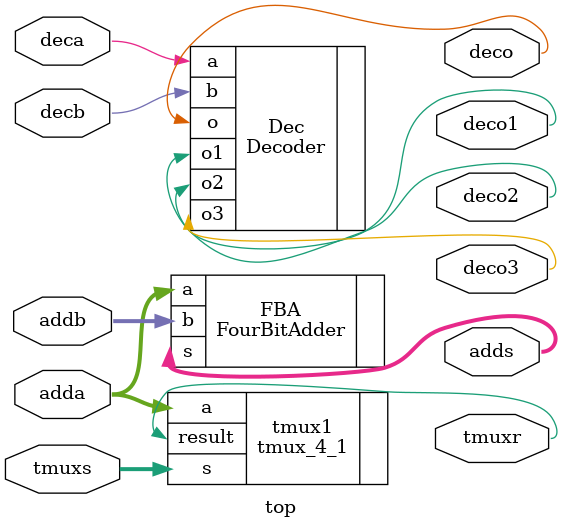
<source format=v>
`timescale 1ns / 1ps


module top(
    input [3:0] adda, 
    input [3:0] addb,
    input deca, decb,
    input [2:0] tmuxs,
    output [4:0] adds,
    output deco, deco1, deco2, deco3,
    output tmuxr
    );
    FourBitAdder FBA (.a(adda), .b(addb), .s(adds));
    Decoder Dec (.a(deca), .b(decb), .o(deco), .o1(deco1), .o2(deco2), .o3(deco3));
    tmux_4_1 tmux1 (.a(adda), .s(tmuxs), .result(tmuxr));
endmodule

/*
在编写tmux的时候，复用了adder的输入a，不用再写4路选择器的输入的端口了
*/
</source>
